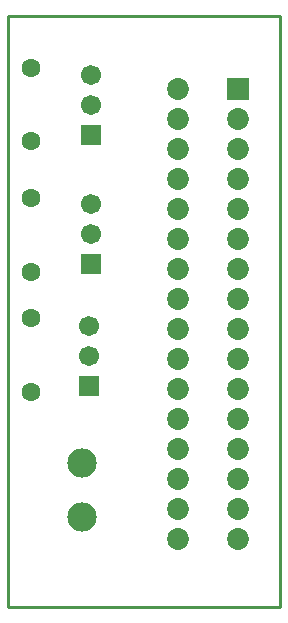
<source format=gts>
%FSTAX23Y23*%
%MOIN*%
%SFA1B1*%

%IPPOS*%
%ADD12C,0.010000*%
%ADD23C,0.098000*%
%ADD24C,0.067000*%
%ADD25R,0.067000X0.067000*%
%ADD26C,0.073000*%
%ADD27R,0.073000X0.073000*%
%ADD28C,0.063000*%
%LNspinn5power-1*%
%LPD*%
G54D12*
X0Y01969D02*
X00906D01*
Y0D02*
Y01969D01*
X0Y0D02*
X00906D01*
X0D02*
Y01969D01*
G54D23*
X00245Y0048D03*
Y003D03*
G54D24*
X00275Y01772D03*
Y01672D03*
Y01242D03*
Y01342D03*
X0027Y00837D03*
Y00937D03*
G54D25*
X00275Y01572D03*
Y01142D03*
X0027Y00737D03*
G54D26*
X00565Y01627D03*
Y01327D03*
Y01027D03*
Y00727D03*
Y01727D03*
Y01527D03*
Y01427D03*
Y01227D03*
Y01127D03*
Y00927D03*
Y00827D03*
Y00627D03*
X00765Y01527D03*
Y01427D03*
Y01227D03*
Y01127D03*
Y00927D03*
Y00827D03*
Y00627D03*
X00565Y00227D03*
Y00327D03*
Y00427D03*
Y00527D03*
X00765Y00227D03*
Y00327D03*
Y00427D03*
Y00527D03*
Y01627D03*
Y01327D03*
Y01027D03*
Y00727D03*
G54D27*
X00765Y01727D03*
G54D28*
X00075Y01797D03*
Y01552D03*
Y01117D03*
Y01362D03*
Y00717D03*
Y00962D03*
M02*
</source>
